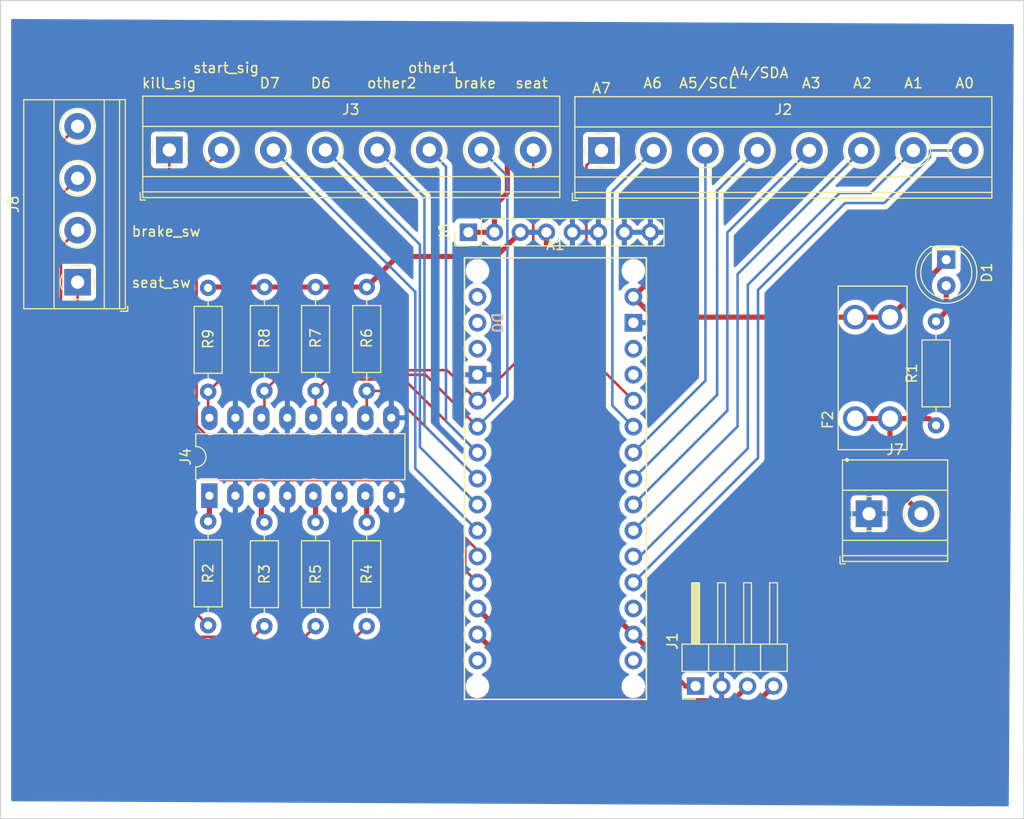
<source format=kicad_pcb>
(kicad_pcb (version 20240108) (generator "pcbnew") (generator_version "8.0")
  (layers (0 "F.Cu" signal) (31 "B.Cu" signal) (34 "B.Paste" user) (35 "F.Paste" user) (36 "B.SilkS" user "B.Silkscreen") (37 "F.SilkS" user "F.Silkscreen") (38 "B.Mask" user) (39 "F.Mask" user) (44 "Edge.Cuts" user))
  (net 0 "")
  (net 1 "Net-(D1-A)")
  (net 2 "/Input_Power/V_in_unreg")
  (net 3 "+3V3")
  (net 4 "GND")
  (net 5 "/Arduino/CAN_RX")
  (net 6 "/Arduino/CAN_TX")
  (net 7 "/Arduino/A7")
  (net 8 "/Arduino/A6")
  (net 9 "/Arduino/A5{slash}SCL")
  (net 10 "/Arduino/A4{slash}SDA")
  (net 11 "/Arduino/A3")
  (net 12 "/Arduino/A2")
  (net 13 "/Arduino/A1")
  (net 14 "/Arduino/A0")
  (net 15 "start_sig")
  (net 16 "kill_sig")
  (net 17 "/Arduino/D7")
  (net 18 "/Arduino/D6")
  (net 19 "brake_signal")
  (net 20 "seat_signal")
  (net 21 "Net-(J4-Pin_1)")
  (net 22 "Net-(J4-Pin_3)")
  (net 23 "Net-(J4-Pin_7)")
  (net 24 "/Safety Circuitry/seat_switch")
  (net 25 "/Safety Circuitry/brake_switch")
  (net 26 "Net-(J4-Pin_5)")
  (net 34 "+5V")
  (net 35 "other_sw2_sig")
  (net 36 "other_sw1_sig")
  (net 37 "/Safety Circuitry/other_sw2")
  (net 38 "/Safety Circuitry/other_sw1")
  (net 39 "VCC")
  (footprint "Resistor_THT:R_Axial_DIN0207_L6.3mm_D2.5mm_P10.16mm_Horizontal" (layer "F.Cu") (at 45.79 53.18 90)
    (property "Reference" "R7" (at 5.16 0 90) (layer "F.SilkS"))
    (property "Value" "10k")
    (pad "1" thru_hole circle (at 0 0 90) (size 1.6 1.6) (drill 0.8) (layers "*.Cu" "*.Mask") (net 36 "other_sw1_sig"))
    (pad "2" thru_hole oval (at 10.16 0 90) (size 1.6 1.6) (drill 0.8) (layers "*.Cu" "*.Mask") (net 3 "+3V3"))
  )
  (footprint "TerminalBlock_Phoenix:TerminalBlock_Phoenix_MKDS-1,5-8-5.08_1x08_P5.08mm_Horizontal" (layer "F.Cu") (at 31.5 29.615)
    (property "Reference" "J3" (at 17.73 -3.95 0) (layer "F.SilkS"))
    (property "Value" "Conn_01x08_Male")
    (pad "1" thru_hole rect (at 0 0) (size 2.6 2.6) (drill 1.3) (layers "*.Cu" "*.Mask") (net 16 "kill_sig"))
    (pad "2" thru_hole circle (at 5.08 0) (size 2.6 2.6) (drill 1.3) (layers "*.Cu" "*.Mask") (net 15 "start_sig"))
    (pad "3" thru_hole circle (at 10.16 0) (size 2.6 2.6) (drill 1.3) (layers "*.Cu" "*.Mask") (net 17 "/Arduino/D7"))
    (pad "4" thru_hole circle (at 15.24 0) (size 2.6 2.6) (drill 1.3) (layers "*.Cu" "*.Mask") (net 18 "/Arduino/D6"))
    (pad "5" thru_hole circle (at 20.32 0) (size 2.6 2.6) (drill 1.3) (layers "*.Cu" "*.Mask") (net 35 "other_sw2_sig"))
    (pad "6" thru_hole circle (at 25.4 0) (size 2.6 2.6) (drill 1.3) (layers "*.Cu" "*.Mask") (net 36 "other_sw1_sig"))
    (pad "7" thru_hole circle (at 30.48 0) (size 2.6 2.6) (drill 1.3) (layers "*.Cu" "*.Mask") (net 19 "brake_signal"))
    (pad "8" thru_hole circle (at 35.56 0) (size 2.6 2.6) (drill 1.3) (layers "*.Cu" "*.Mask") (net 20 "seat_signal"))
  )
  (footprint "Resistor_THT:R_Axial_DIN0207_L6.3mm_D2.5mm_P10.16mm_Horizontal" (layer "F.Cu") (at 45.79 66.02 -90)
    (property "Reference" "R5" (at 5.08 0 90) (layer "F.SilkS"))
    (property "Value" "10k")
    (pad "1" thru_hole circle (at 0 0 270) (size 1.6 1.6) (drill 0.8) (layers "*.Cu" "*.Mask") (net 26 "Net-(J4-Pin_5)"))
    (pad "2" thru_hole oval (at 10.16 0 270) (size 1.6 1.6) (drill 0.8) (layers "*.Cu" "*.Mask") (net 38 "/Safety Circuitry/other_sw1"))
  )
  (footprint "Package_DIP:DIP-16_W7.62mm_LongPads" (layer "F.Cu") (at 35.415 63.425 90)
    (property "Reference" "J4" (at 3.81 -2.33 90) (layer "F.SilkS"))
    (property "Value" "PC847X5J000F")
    (pad "1" thru_hole rect (at 0 0 90) (size 2.4 1.6) (drill 0.8) (layers "*.Cu" "*.Mask") (net 21 "Net-(J4-Pin_1)"))
    (pad "2" thru_hole oval (at 0 2.54 90) (size 2.4 1.6) (drill 0.8) (layers "*.Cu" "*.Mask") (net 4 "GND"))
    (pad "3" thru_hole oval (at 0 5.08 90) (size 2.4 1.6) (drill 0.8) (layers "*.Cu" "*.Mask") (net 22 "Net-(J4-Pin_3)"))
    (pad "4" thru_hole oval (at 0 7.62 90) (size 2.4 1.6) (drill 0.8) (layers "*.Cu" "*.Mask") (net 4 "GND"))
    (pad "5" thru_hole oval (at 0 10.16 90) (size 2.4 1.6) (drill 0.8) (layers "*.Cu" "*.Mask") (net 26 "Net-(J4-Pin_5)"))
    (pad "6" thru_hole oval (at 0 12.7 90) (size 2.4 1.6) (drill 0.8) (layers "*.Cu" "*.Mask") (net 4 "GND"))
    (pad "7" thru_hole oval (at 0 15.24 90) (size 2.4 1.6) (drill 0.8) (layers "*.Cu" "*.Mask") (net 23 "Net-(J4-Pin_7)"))
    (pad "8" thru_hole oval (at 0 17.78 90) (size 2.4 1.6) (drill 0.8) (layers "*.Cu" "*.Mask") (net 4 "GND"))
    (pad "9" thru_hole oval (at 7.62 17.78 90) (size 2.4 1.6) (drill 0.8) (layers "*.Cu" "*.Mask") (net 4 "GND"))
    (pad "10" thru_hole oval (at 7.62 15.24 90) (size 2.4 1.6) (drill 0.8) (layers "*.Cu" "*.Mask") (net 35 "other_sw2_sig"))
    (pad "11" thru_hole oval (at 7.62 12.7 90) (size 2.4 1.6) (drill 0.8) (layers "*.Cu" "*.Mask") (net 4 "GND"))
    (pad "12" thru_hole oval (at 7.62 10.16 90) (size 2.4 1.6) (drill 0.8) (layers "*.Cu" "*.Mask") (net 36 "other_sw1_sig"))
    (pad "13" thru_hole oval (at 7.62 7.62 90) (size 2.4 1.6) (drill 0.8) (layers "*.Cu" "*.Mask") (net 4 "GND"))
    (pad "14" thru_hole oval (at 7.62 5.08 90) (size 2.4 1.6) (drill 0.8) (layers "*.Cu" "*.Mask") (net 19 "brake_signal"))
    (pad "15" thru_hole oval (at 7.62 2.54 90) (size 2.4 1.6) (drill 0.8) (layers "*.Cu" "*.Mask") (net 4 "GND"))
    (pad "16" thru_hole oval (at 7.62 0 90) (size 2.4 1.6) (drill 0.8) (layers "*.Cu" "*.Mask") (net 20 "seat_signal"))
  )
  (footprint "LED_THT:LED_D5.0mm" (layer "F.Cu") (at 107.43 40.345 -90)
    (property "Reference" "D1" (at 1.27 -3.96 90) (layer "F.SilkS"))
    (property "Value" "LED")
    (pad "1" thru_hole rect (at 0 0 270) (size 1.8 1.8) (drill 0.9) (layers "*.Cu" "*.Mask") (net 39 "VCC"))
    (pad "2" thru_hole circle (at 2.54 0 270) (size 1.8 1.8) (drill 0.9) (layers "*.Cu" "*.Mask") (net 1 "Net-(D1-A)"))
  )
  (footprint "arduino:Arduino_Nano_ESP32_Socket" (layer "F.Cu") (at 69.23 83.343)
    (property "Reference" "A1" (at 0 -44.45 0) (layer "F.SilkS"))
    (property "Value" "Arduino_Nano_ESP32_Socket")
    (fp_text user "D0" (at -5.715 -36.83 -90) (layer "B.SilkS") (effects (justify mirror)))
    (fp_text user "D0" (at -5.715 -36.83 -90) (layer "F.SilkS"))
    (pad "" np_thru_hole circle (at -7.62 -41.91) (size 1.8 1.8) (drill 1.8) (layers "F&B.Cu" "*.Mask"))
    (pad "" np_thru_hole circle (at -7.62 -1.27) (size 1.8 1.8) (drill 1.8) (layers "F&B.Cu" "*.Mask"))
    (pad "" np_thru_hole circle (at 7.62 -41.91) (size 1.8 1.8) (drill 1.8) (layers "F&B.Cu" "*.Mask"))
    (pad "" np_thru_hole circle (at 7.62 -1.27) (size 1.8 1.8) (drill 1.8) (layers "F&B.Cu" "*.Mask"))
    (pad "3V3" thru_hole circle (at 7.62 -6.35) (size 1.7272 1.7272) (drill 1.016) (layers "*.Cu" "*.Mask") (net 3 "+3V3"))
    (pad "5V" thru_hole circle (at 7.62 -31.75) (size 1.7272 1.7272) (drill 1.016) (layers "*.Cu" "*.Mask") (net 34 "+5V"))
    (pad "A0" thru_hole circle (at 7.62 -11.43) (size 1.7272 1.7272) (drill 1.016) (layers "*.Cu" "*.Mask") (net 14 "/Arduino/A0"))
    (pad "A1" thru_hole circle (at 7.62 -13.97) (size 1.7272 1.7272) (drill 1.016) (layers "*.Cu" "*.Mask") (net 13 "/Arduino/A1"))
    (pad "A2" thru_hole circle (at 7.62 -16.51) (size 1.7272 1.7272) (drill 1.016) (layers "*.Cu" "*.Mask") (net 12 "/Arduino/A2"))
    (pad "A3" thru_hole circle (at 7.62 -19.05) (size 1.7272 1.7272) (drill 1.016) (layers "*.Cu" "*.Mask") (net 11 "/Arduino/A3"))
    (pad "A4" thru_hole circle (at 7.62 -21.59) (size 1.7272 1.7272) (drill 1.016) (layers "*.Cu" "*.Mask") (net 10 "/Arduino/A4{slash}SDA"))
    (pad "A5" thru_hole circle (at 7.62 -24.13) (size 1.7272 1.7272) (drill 1.016) (layers "*.Cu" "*.Mask") (net 9 "/Arduino/A5{slash}SCL"))
    (pad "A6" thru_hole circle (at 7.62 -26.67) (size 1.7272 1.7272) (drill 1.016) (layers "*.Cu" "*.Mask") (net 8 "/Arduino/A6"))
    (pad "A7" thru_hole circle (at 7.62 -29.21) (size 1.7272 1.7272) (drill 1.016) (layers "*.Cu" "*.Mask") (net 7 "/Arduino/A7"))
    (pad "B0" thru_hole circle (at 7.62 -8.89) (size 1.7272 1.7272) (drill 1.016) (layers "*.Cu" "*.Mask"))
    (pad "B1" thru_hole circle (at 7.62 -34.29) (size 1.7272 1.7272) (drill 1.016) (layers "*.Cu" "*.Mask"))
    (pad "D0" thru_hole circle (at -7.62 -36.83) (size 1.7272 1.7272) (drill 1.016) (layers "*.Cu" "*.Mask"))
    (pad "D1" thru_hole circle (at -7.62 -39.37) (size 1.7272 1.7272) (drill 1.016) (layers "*.Cu" "*.Mask"))
    (pad "D2" thru_hole circle (at -7.62 -29.21) (size 1.7272 1.7272) (drill 1.016) (layers "*.Cu" "*.Mask") (net 20 "seat_signal"))
    (pad "D3" thru_hole circle (at -7.62 -26.67) (size 1.7272 1.7272) (drill 1.016) (layers "*.Cu" "*.Mask") (net 19 "brake_signal"))
    (pad "D4" thru_hole circle (at -7.62 -24.13) (size 1.7272 1.7272) (drill 1.016) (layers "*.Cu" "*.Mask") (net 36 "other_sw1_sig"))
    (pad "D5" thru_hole circle (at -7.62 -21.59) (size 1.7272 1.7272) (drill 1.016) (layers "*.Cu" "*.Mask") (net 35 "other_sw2_sig"))
    (pad "D6" thru_hole circle (at -7.62 -19.05) (size 1.7272 1.7272) (drill 1.016) (layers "*.Cu" "*.Mask") (net 18 "/Arduino/D6"))
    (pad "D7" thru_hole circle (at -7.62 -16.51) (size 1.7272 1.7272) (drill 1.016) (layers "*.Cu" "*.Mask") (net 17 "/Arduino/D7"))
    (pad "D8" thru_hole circle (at -7.62 -13.97) (size 1.7272 1.7272) (drill 1.016) (layers "*.Cu" "*.Mask") (net 15 "start_sig"))
    (pad "D9" thru_hole circle (at -7.62 -11.43) (size 1.7272 1.7272) (drill 1.016) (layers "*.Cu" "*.Mask") (net 16 "kill_sig"))
    (pad "D10" thru_hole circle (at -7.62 -8.89) (size 1.7272 1.7272) (drill 1.016) (layers "*.Cu" "*.Mask") (net 5 "/Arduino/CAN_RX"))
    (pad "D11" thru_hole circle (at -7.62 -6.35) (size 1.7272 1.7272) (drill 1.016) (layers "*.Cu" "*.Mask") (net 6 "/Arduino/CAN_TX"))
    (pad "D12" thru_hole circle (at -7.62 -3.81) (size 1.7272 1.7272) (drill 1.016) (layers "*.Cu" "*.Mask"))
    (pad "D13" thru_hole circle (at 7.62 -3.81) (size 1.7272 1.7272) (drill 1.016) (layers "*.Cu" "*.Mask"))
    (pad "GND1" thru_hole rect (at -7.62 -31.75) (size 1.7272 1.7272) (drill 1.016) (layers "*.Cu" "*.Mask") (net 4 "GND"))
    (pad "GND2" thru_hole rect (at 7.62 -36.83) (size 1.7272 1.7272) (drill 1.016) (layers "*.Cu" "*.Mask") (net 4 "GND"))
    (pad "RST" thru_hole circle (at -7.62 -34.29) (size 1.7272 1.7272) (drill 1.016) (layers "*.Cu" "*.Mask"))
    (pad "VIN" thru_hole circle (at 7.62 -39.37) (size 1.7272 1.7272) (drill 1.016) (layers "*.Cu" "*.Mask") (net 39 "VCC"))
  )
  (footprint "Connector_PinHeader_2.54mm:PinHeader_1x08_P2.54mm_Vertical" (layer "F.Cu") (at 60.73 37.665 90)
    (property "Reference" "J6" (at 0 -2.33 90) (layer "F.SilkS"))
    (property "Value" "Conn_01x08_Pin")
    (pad "1" thru_hole rect (at 0 0 90) (size 1.7 1.7) (drill 1) (layers "*.Cu" "*.Mask") (net 39 "VCC"))
    (pad "2" thru_hole oval (at 0 2.54 90) (size 1.7 1.7) (drill 1) (layers "*.Cu" "*.Mask") (net 39 "VCC"))
    (pad "3" thru_hole oval (at 0 5.08 90) (size 1.7 1.7) (drill 1) (layers "*.Cu" "*.Mask") (net 3 "+3V3"))
    (pad "4" thru_hole oval (at 0 7.62 90) (size 1.7 1.7) (drill 1) (layers "*.Cu" "*.Mask") (net 3 "+3V3"))
    (pad "5" thru_hole oval (at 0 10.16 90) (size 1.7 1.7) (drill 1) (layers "*.Cu" "*.Mask") (net 4 "GND"))
    (pad "6" thru_hole oval (at 0 12.7 90) (size 1.7 1.7) (drill 1) (layers "*.Cu" "*.Mask") (net 4 "GND"))
    (pad "7" thru_hole oval (at 0 15.24 90) (size 1.7 1.7) (drill 1) (layers "*.Cu" "*.Mask") (net 4 "GND"))
    (pad "8" thru_hole oval (at 0 17.78 90) (size 1.7 1.7) (drill 1) (layers "*.Cu" "*.Mask") (net 4 "GND"))
  )
  (footprint "fuse:FUSE_3568" (layer "F.Cu") (at 100.23 50.925 90)
    (property "Reference" "F2" (at -5.075 -4.385 90) (layer "F.SilkS"))
    (property "Value" "3568")
    (pad "1" thru_hole circle (at -4.96 -1.7 90) (size 2.4 2.4) (drill 1.6) (layers "*.Cu" "*.Mask") (net 2 "/Input_Power/V_in_unreg"))
    (pad "2" thru_hole circle (at 4.96 -1.7 90) (size 2.4 2.4) (drill 1.6) (layers "*.Cu" "*.Mask") (net 39 "VCC"))
    (pad "3" thru_hole circle (at -4.96 1.7 90) (size 2.4 2.4) (drill 1.6) (layers "*.Cu" "*.Mask") (net 2 "/Input_Power/V_in_unreg"))
    (pad "4" thru_hole circle (at 4.96 1.7 90) (size 2.4 2.4) (drill 1.6) (layers "*.Cu" "*.Mask") (net 39 "VCC"))
  )
  (footprint "TerminalBlock_Phoenix:TerminalBlock_Phoenix_MKDS-1,5-2-5.08_1x02_P5.08mm_Horizontal" (layer "F.Cu") (at 99.885 65.19)
    (property "Reference" "J7" (at 2.54 -6.26 0) (layer "F.SilkS"))
    (property "Value" "Conn_01x02_Pin")
    (pad "1" thru_hole rect (at 0 0) (size 2.6 2.6) (drill 1.3) (layers "*.Cu" "*.Mask") (net 4 "GND"))
    (pad "2" thru_hole circle (at 5.08 0) (size 2.6 2.6) (drill 1.3) (layers "*.Cu" "*.Mask") (net 2 "/Input_Power/V_in_unreg"))
  )
  (footprint "TerminalBlock_Phoenix:TerminalBlock_Phoenix_MKDS-1,5-8-5.08_1x08_P5.08mm_Horizontal" (layer "F.Cu") (at 73.73 29.665)
    (property "Reference" "J2" (at 17.78 -4 0) (layer "F.SilkS"))
    (property "Value" "Conn_01x08_Male")
    (pad "1" thru_hole rect (at 0 0) (size 2.6 2.6) (drill 1.3) (layers "*.Cu" "*.Mask") (net 7 "/Arduino/A7"))
    (pad "2" thru_hole circle (at 5.08 0) (size 2.6 2.6) (drill 1.3) (layers "*.Cu" "*.Mask") (net 8 "/Arduino/A6"))
    (pad "3" thru_hole circle (at 10.16 0) (size 2.6 2.6) (drill 1.3) (layers "*.Cu" "*.Mask") (net 9 "/Arduino/A5{slash}SCL"))
    (pad "4" thru_hole circle (at 15.24 0) (size 2.6 2.6) (drill 1.3) (layers "*.Cu" "*.Mask") (net 10 "/Arduino/A4{slash}SDA"))
    (pad "5" thru_hole circle (at 20.32 0) (size 2.6 2.6) (drill 1.3) (layers "*.Cu" "*.Mask") (net 11 "/Arduino/A3"))
    (pad "6" thru_hole circle (at 25.4 0) (size 2.6 2.6) (drill 1.3) (layers "*.Cu" "*.Mask") (net 12 "/Arduino/A2"))
    (pad "7" thru_hole circle (at 30.48 0) (size 2.6 2.6) (drill 1.3) (layers "*.Cu" "*.Mask") (net 13 "/Arduino/A1"))
    (pad "8" thru_hole circle (at 35.56 0) (size 2.6 2.6) (drill 1.3) (layers "*.Cu" "*.Mask") (net 14 "/Arduino/A0"))
  )
  (footprint "Resistor_THT:R_Axial_DIN0207_L6.3mm_D2.5mm_P10.16mm_Horizontal" (layer "F.Cu") (at 40.79 66.02 -90)
    (property "Reference" "R3" (at 5.08 0 90) (layer "F.SilkS"))
    (property "Value" "10k")
    (pad "1" thru_hole circle (at 0 0 270) (size 1.6 1.6) (drill 0.8) (layers "*.Cu" "*.Mask") (net 22 "Net-(J4-Pin_3)"))
    (pad "2" thru_hole oval (at 10.16 0 270) (size 1.6 1.6) (drill 0.8) (layers "*.Cu" "*.Mask") (net 25 "/Safety Circuitry/brake_switch"))
  )
  (footprint "Resistor_THT:R_Axial_DIN0207_L6.3mm_D2.5mm_P10.16mm_Horizontal" (layer "F.Cu") (at 35.29 53.26 90)
    (property "Reference" "R9" (at 5.16 0 90) (layer "F.SilkS"))
    (property "Value" "10k")
    (pad "1" thru_hole circle (at 0 0 90) (size 1.6 1.6) (drill 0.8) (layers "*.Cu" "*.Mask") (net 20 "seat_signal"))
    (pad "2" thru_hole oval (at 10.16 0 90) (size 1.6 1.6) (drill 0.8) (layers "*.Cu" "*.Mask") (net 3 "+3V3"))
  )
  (footprint "Connector_PinHeader_2.54mm:PinHeader_1x04_P2.54mm_Horizontal" (layer "F.Cu") (at 82.93 82.04 90)
    (property "Reference" "J1" (at 4.385 -2.27 90) (layer "F.SilkS"))
    (property "Value" "Conn_01x04_Pin")
    (pad "1" thru_hole rect (at 0 0 90) (size 1.7 1.7) (drill 1) (layers "*.Cu" "*.Mask") (net 3 "+3V3"))
    (pad "2" thru_hole oval (at 0 2.54 90) (size 1.7 1.7) (drill 1) (layers "*.Cu" "*.Mask") (net 4 "GND"))
    (pad "3" thru_hole oval (at 0 5.08 90) (size 1.7 1.7) (drill 1) (layers "*.Cu" "*.Mask") (net 5 "/Arduino/CAN_RX"))
    (pad "4" thru_hole oval (at 0 7.62 90) (size 1.7 1.7) (drill 1) (layers "*.Cu" "*.Mask") (net 6 "/Arduino/CAN_TX"))
  )
  (footprint "TerminalBlock_Phoenix:TerminalBlock_Phoenix_MKDS-1,5-4-5.08_1x04_P5.08mm_Horizontal" (layer "F.Cu") (at 22.535 42.545 90)
    (property "Reference" "J8" (at 7.62 -6.26 90) (layer "F.SilkS"))
    (property "Value" "Conn_01x04_Male")
    (pad "1" thru_hole rect (at 0 0 90) (size 2.6 2.6) (drill 1.3) (layers "*.Cu" "*.Mask") (net 24 "/Safety Circuitry/seat_switch"))
    (pad "2" thru_hole circle (at 5.08 0 90) (size 2.6 2.6) (drill 1.3) (layers "*.Cu" "*.Mask") (net 25 "/Safety Circuitry/brake_switch"))
    (pad "3" thru_hole circle (at 10.16 0 90) (size 2.6 2.6) (drill 1.3) (layers "*.Cu" "*.Mask") (net 38 "/Safety Circuitry/other_sw1"))
    (pad "4" thru_hole circle (at 15.24 0 90) (size 2.6 2.6) (drill 1.3) (layers "*.Cu" "*.Mask") (net 37 "/Safety Circuitry/other_sw2"))
  )
  (footprint "Resistor_THT:R_Axial_DIN0207_L6.3mm_D2.5mm_P10.16mm_Horizontal" (layer "F.Cu") (at 40.79 53.18 90)
    (property "Reference" "R8" (at 5.16 0 90) (layer "F.SilkS"))
    (property "Value" "10k")
    (pad "1" thru_hole circle (at 0 0 90) (size 1.6 1.6) (drill 0.8) (layers "*.Cu" "*.Mask") (net 19 "brake_signal"))
    (pad "2" thru_hole oval (at 10.16 0 90) (size 1.6 1.6) (drill 0.8) (layers "*.Cu" "*.Mask") (net 3 "+3V3"))
  )
  (footprint "Resistor_THT:R_Axial_DIN0207_L6.3mm_D2.5mm_P10.16mm_Horizontal" (layer "F.Cu") (at 106.43 56.545 90)
    (property "Reference" "R1" (at 5.08 -2.37 90) (layer "F.SilkS"))
    (property "Value" "1k")
    (pad "1" thru_hole circle (at 0 0 90) (size 1.6 1.6) (drill 0.8) (layers "*.Cu" "*.Mask") (net 2 "/Input_Power/V_in_unreg"))
    (pad "2" thru_hole oval (at 10.16 0 90) (size 1.6 1.6) (drill 0.8) (layers "*.Cu" "*.Mask") (net 1 "Net-(D1-A)"))
  )
  (footprint "Resistor_THT:R_Axial_DIN0207_L6.3mm_D2.5mm_P10.16mm_Horizontal" (layer "F.Cu") (at 35.29 65.94 -90)
    (property "Reference" "R2" (at 5.08 0 90) (layer "F.SilkS"))
    (property "Value" "10k")
    (pad "1" thru_hole circle (at 0 0 270) (size 1.6 1.6) (drill 0.8) (layers "*.Cu" "*.Mask") (net 21 "Net-(J4-Pin_1)"))
    (pad "2" thru_hole oval (at 10.16 0 270) (size 1.6 1.6) (drill 0.8) (layers "*.Cu" "*.Mask") (net 24 "/Safety Circuitry/seat_switch"))
  )
  (footprint "Resistor_THT:R_Axial_DIN0207_L6.3mm_D2.5mm_P10.16mm_Horizontal" (layer "F.Cu") (at 50.79 53.18 90)
    (property "Reference" "R6" (at 5.16 0 90) (layer "F.SilkS"))
    (property "Value" "10k")
    (pad "1" thru_hole circle (at 0 0 90) (size 1.6 1.6) (drill 0.8) (layers "*.Cu" "*.Mask") (net 35 "other_sw2_sig"))
    (pad "2" thru_hole oval (at 10.16 0 90) (size 1.6 1.6) (drill 0.8) (layers "*.Cu" "*.Mask") (net 3 "+3V3"))
  )
  (footprint "Resistor_THT:R_Axial_DIN0207_L6.3mm_D2.5mm_P10.16mm_Horizontal" (layer "F.Cu") (at 50.79 66.02 -90)
    (property "Reference" "R4" (at 5.08 0 90) (layer "F.SilkS"))
    (property "Value" "10k")
    (pad "1" thru_hole circle (at 0 0 270) (size 1.6 1.6) (drill 0.8) (layers "*.Cu" "*.Mask") (net 23 "Net-(J4-Pin_7)"))
    (pad "2" thru_hole oval (at 10.16 0 270) (size 1.6 1.6) (drill 0.8) (layers "*.Cu" "*.Mask") (net 37 "/Safety Circuitry/other_sw2"))
  )
  (gr_rect (start 15 15) (end 115 95) (stroke (width 0.1)) (fill none) (layer "Edge.Cuts"))
  (gr_text "A6" (at 77.73 23.665 0) (layer "F.SilkS") (effects (font (size 1 1)) (justify left bottom)))
  (gr_text "seat" (at 65.23 23.665 0) (layer "F.SilkS") (effects (font (size 1 1)) (justify left bottom)))
  (gr_text "kill_sig" (at 28.73 23.665 0) (layer "F.SilkS") (effects (font (size 1 1)) (justify left bottom)))
  (gr_text "brake" (at 59.23 23.665 0) (layer "F.SilkS") (effects (font (size 1 1)) (justify left bottom)))
  (gr_text "A1\n" (at 103.23 23.665 0) (layer "F.SilkS") (effects (font (size 1 1)) (justify left bottom)))
  (gr_text "A5/SCL\n" (at 81.23 23.665 0) (layer "F.SilkS") (effects (font (size 1 1)) (justify left bottom)))
  (gr_text "D7" (at 40.23 23.665 0) (layer "F.SilkS") (effects (font (size 1 1)) (justify left bottom)))
  (gr_text "seat_sw\n" (at 27.73 43.165 0) (layer "F.SilkS") (effects (font (size 1 1)) (justify left bottom)))
  (gr_text "A0\n" (at 108.23 23.665 0) (layer "F.SilkS") (effects (font (size 1 1)) (justify left bottom)))
  (gr_text "A3" (at 93.23 23.665 0) (layer "F.SilkS") (effects (font (size 1 1)) (justify left bottom)))
  (gr_text "A2\n" (at 98.23 23.665 0) (layer "F.SilkS") (effects (font (size 1 1)) (justify left bottom)))
  (gr_text "brake_sw\n" (at 27.73 38.165 0) (layer "F.SilkS") (effects (font (size 1 1)) (justify left bottom)))
  (gr_text "other2" (at 50.73 23.665 0) (layer "F.SilkS") (effects (font (size 1 1)) (justify left bottom)))
  (gr_text "D6" (at 45.23 23.665 0) (layer "F.SilkS") (effects (font (size 1 1)) (justify left bottom)))
  (gr_text "other1" (at 54.73 22.165 0) (layer "F.SilkS") (effects (font (size 1 1)) (justify left bottom)))
  (gr_text "A7" (at 72.73 24.165 0) (layer "F.SilkS") (effects (font (size 1 1)) (justify left bottom)))
  (gr_text "A4/SDA\n" (at 86.23 22.665 0) (layer "F.SilkS") (effects (font (size 1 1)) (justify left bottom)))
  (gr_text "start_sig" (at 33.73 22.165 0) (layer "F.SilkS") (effects (font (size 1 1)) (justify left bottom)))
  (segment (start 107.43 42.885) (end 107.43 45.385) (width 0.5) (layer "F.Cu") (net 1))
  (segment (start 107.43 45.385) (end 106.43 46.385) (width 0.5) (layer "F.Cu") (net 1))
  (segment (start 104.965 65.19) (end 101.93 62.155) (width 0.5) (layer "F.Cu") (net 2))
  (segment (start 105.77 55.885) (end 106.43 56.545) (width 0.5) (layer "F.Cu") (net 2))
  (segment (start 101.93 55.885) (end 105.77 55.885) (width 0.5) (layer "F.Cu") (net 2))
  (segment (start 101.93 62.155) (end 101.93 55.885) (width 0.5) (layer "F.Cu") (net 2))
  (segment (start 101.93 55.885) (end 98.53 55.885) (width 0.5) (layer "F.Cu") (net 2))
  (segment (start 65.81 37.665) (end 63.442 40.033) (width 0.5) (layer "F.Cu") (net 3))
  (segment (start 50.79 43.02) (end 45.79 43.02) (width 0.5) (layer "F.Cu") (net 3))
  (segment (start 76.85 76.993) (end 68.35 68.493) (width 0.5) (layer "F.Cu") (net 3))
  (segment (start 82.93 82.04) (end 81.897 82.04) (width 0.5) (layer "F.Cu") (net 3))
  (segment (start 45.79 43.02) (end 40.79 43.02) (width 0.5) (layer "F.Cu") (net 3))
  (segment (start 68.35 68.493) (end 68.35 37.665) (width 0.5) (layer "F.Cu") (net 3))
  (segment (start 81.897 82.04) (end 76.85 76.993) (width 0.5) (layer "F.Cu") (net 3))
  (segment (start 35.37 43.02) (end 35.29 43.1) (width 0.5) (layer "F.Cu") (net 3))
  (segment (start 53.777 40.033) (end 50.79 43.02) (width 0.5) (layer "F.Cu") (net 3))
  (segment (start 40.79 43.02) (end 35.37 43.02) (width 0.5) (layer "F.Cu") (net 3))
  (segment (start 63.442 40.033) (end 53.777 40.033) (width 0.5) (layer "F.Cu") (net 3))
  (segment (start 68.35 37.665) (end 65.81 37.665) (width 0.5) (layer "B.Cu") (net 3))
  (segment (start 70.63 83.473) (end 61.61 74.453) (width 0.5) (layer "F.Cu") (net 5))
  (segment (start 88.01 82.04) (end 86.577 83.473) (width 0.5) (layer "F.Cu") (net 5))
  (segment (start 86.577 83.473) (end 70.63 83.473) (width 0.5) (layer "F.Cu") (net 5))
  (segment (start 88.417 84.173) (end 68.79 84.173) (width 0.5) (layer "F.Cu") (net 6))
  (segment (start 68.79 84.173) (end 61.61 76.993) (width 0.5) (layer "F.Cu") (net 6))
  (segment (start 90.55 82.04) (end 88.417 84.173) (width 0.5) (layer "F.Cu") (net 6))
  (segment (start 73.73 29.665) (end 72.255 31.14) (width 0.25) (layer "F.Cu") (net 7))
  (segment (start 72.255 31.14) (end 72.255 49.538) (width 0.25) (layer "F.Cu") (net 7))
  (segment (start 72.255 49.538) (end 76.85 54.133) (width 0.25) (layer "F.Cu") (net 7))
  (segment (start 78.81 29.665) (end 74.795 33.68) (width 0.25) (layer "B.Cu") (net 8))
  (segment (start 74.795 54.618) (end 76.85 56.673) (width 0.25) (layer "B.Cu") (net 8))
  (segment (start 74.795 33.68) (end 74.795 54.618) (width 0.25) (layer "B.Cu") (net 8))
  (segment (start 83.89 29.665) (end 83.89 52.173) (width 0.25) (layer "B.Cu") (net 9))
  (segment (start 83.89 52.173) (end 76.85 59.213) (width 0.25) (layer "B.Cu") (net 9))
  (segment (start 85.035 33.6) (end 85.035 53.568) (width 0.25) (layer "B.Cu") (net 10))
  (segment (start 88.97 29.665) (end 85.035 33.6) (width 0.25) (layer "B.Cu") (net 10))
  (segment (start 85.035 53.568) (end 76.85 61.753) (width 0.25) (layer "B.Cu") (net 10))
  (segment (start 94.05 29.665) (end 86.035 37.68) (width 0.25) (layer "B.Cu") (net 11))
  (segment (start 86.035 55.108) (end 76.85 64.293) (width 0.25) (layer "B.Cu") (net 11))
  (segment (start 86.035 37.68) (end 86.035 55.108) (width 0.25) (layer "B.Cu") (net 11))
  (segment (start 99.13 29.665) (end 87.035 41.76) (width 0.25) (layer "B.Cu") (net 12))
  (segment (start 87.035 56.648) (end 76.85 66.833) (width 0.25) (layer "B.Cu") (net 12))
  (segment (start 87.035 41.76) (end 87.035 56.648) (width 0.25) (layer "B.Cu") (net 12))
  (segment (start 77.467 69.373) (end 76.85 69.373) (width 0.25) (layer "B.Cu") (net 13))
  (segment (start 88.035 58.805) (end 77.467 69.373) (width 0.25) (layer "B.Cu") (net 13))
  (segment (start 104.21 29.665) (end 100.055 33.82) (width 0.25) (layer "B.Cu") (net 13))
  (segment (start 88.035 42.805) (end 88.035 58.805) (width 0.25) (layer "B.Cu") (net 13))
  (segment (start 97.02 33.82) (end 88.035 42.805) (width 0.25) (layer "B.Cu") (net 13))
  (segment (start 100.055 33.82) (end 97.02 33.82) (width 0.25) (layer "B.Cu") (net 13))
  (segment (start 101.368098 34.805) (end 97.535 34.805) (width 0.25) (layer "B.Cu") (net 14))
  (segment (start 97.535 34.805) (end 89.035 43.305) (width 0.25) (layer "B.Cu") (net 14))
  (segment (start 89.035 43.305) (end 89.035 59.728) (width 0.25) (layer "B.Cu") (net 14))
  (segment (start 109.29 29.665) (end 105.835 29.665) (width 0.25) (layer "B.Cu") (net 14))
  (segment (start 105.835 29.665) (end 105.835 30.338098) (width 0.25) (layer "B.Cu") (net 14))
  (segment (start 105.835 30.338098) (end 101.368098 34.805) (width 0.25) (layer "B.Cu") (net 14))
  (segment (start 89.035 59.728) (end 76.85 71.913) (width 0.25) (layer "B.Cu") (net 14))
  (segment (start 34.165 32.03) (end 34.165 56.54599) (width 0.25) (layer "F.Cu") (net 15))
  (segment (start 61.61 68.743604) (end 61.61 69.373) (width 0.25) (layer "F.Cu") (net 15))
  (segment (start 54.316396 61.45) (end 61.61 68.743604) (width 0.25) (layer "F.Cu") (net 15))
  (segment (start 36.58 29.615) (end 34.165 32.03) (width 0.25) (layer "F.Cu") (net 15))
  (segment (start 39.06901 61.45) (end 54.316396 61.45) (width 0.25) (layer "F.Cu") (net 15))
  (segment (start 34.165 56.54599) (end 39.06901 61.45) (width 0.25) (layer "F.Cu") (net 15))
  (segment (start 31.5 29.615) (end 31.5 56.86) (width 0.25) (layer "F.Cu") (net 16))
  (segment (start 54.13 61.9) (end 60.4214 68.1914) (width 0.25) (layer "F.Cu") (net 16))
  (segment (start 36.54 61.9) (end 54.13 61.9) (width 0.25) (layer "F.Cu") (net 16))
  (segment (start 31.5 56.86) (end 36.54 61.9) (width 0.25) (layer "F.Cu") (net 16))
  (segment (start 60.4214 68.1914) (end 60.4214 70.7244) (width 0.25) (layer "F.Cu") (net 16))
  (segment (start 60.4214 70.7244) (end 61.61 71.913) (width 0.25) (layer "F.Cu") (net 16))
  (segment (start 55.535 43.49) (end 55.535 60.758) (width 0.25) (layer "B.Cu") (net 17))
  (segment (start 41.66 29.615) (end 55.535 43.49) (width 0.25) (layer "B.Cu") (net 17))
  (segment (start 55.535 60.758) (end 61.61 66.833) (width 0.25) (layer "B.Cu") (net 17))
  (segment (start 55.985 58.668) (end 61.61 64.293) (width 0.25) (layer "B.Cu") (net 18))
  (segment (start 46.74 29.615) (end 55.985 38.86) (width 0.25) (layer "B.Cu") (net 18))
  (segment (start 55.985 38.86) (end 55.985 58.668) (width 0.25) (layer "B.Cu") (net 18))
  (segment (start 42.365 51.605) (end 56.542 51.605) (width 0.25) (layer "F.Cu") (net 19))
  (segment (start 40.79 55.51) (end 40.495 55.805) (width 0.25) (layer "F.Cu") (net 19))
  (segment (start 40.79 53.18) (end 40.79 55.51) (width 0.25) (layer "F.Cu") (net 19))
  (segment (start 40.79 53.18) (end 42.365 51.605) (width 0.25) (layer "F.Cu") (net 19))
  (segment (start 56.542 51.605) (end 61.61 56.673) (width 0.25) (layer "F.Cu") (net 19))
  (segment (start 64.535 32.17) (end 64.535 53.748) (width 0.25) (layer "B.Cu") (net 19))
  (segment (start 61.98 29.615) (end 64.535 32.17) (width 0.25) (layer "B.Cu") (net 19))
  (segment (start 64.535 53.748) (end 61.61 56.673) (width 0.25) (layer "B.Cu") (net 19))
  (segment (start 58.632 51.155) (end 61.61 54.133) (width 0.25) (layer "F.Cu") (net 20))
  (segment (start 67.06 29.615) (end 67.06 48.683) (width 0.25) (layer "F.Cu") (net 20))
  (segment (start 67.06 48.683) (end 61.61 54.133) (width 0.25) (layer "F.Cu") (net 20))
  (segment (start 37.395 51.155) (end 58.632 51.155) (width 0.25) (layer "F.Cu") (net 20))
  (segment (start 35.29 55.68) (end 35.415 55.805) (width 0.25) (layer "F.Cu") (net 20))
  (segment (start 35.29 53.26) (end 37.395 51.155) (width 0.25) (layer "F.Cu") (net 20))
  (segment (start 35.29 53.26) (end 35.29 55.68) (width 0.25) (layer "F.Cu") (net 20))
  (segment (start 35.415 63.425) (end 35.415 65.815) (width 0.5) (layer "F.Cu") (net 21))
  (segment (start 35.415 65.815) (end 35.29 65.94) (width 0.5) (layer "F.Cu") (net 21))
  (segment (start 40.495 65.725) (end 40.79 66.02) (width 0.5) (layer "F.Cu") (net 22))
  (segment (start 40.495 63.425) (end 40.495 65.725) (width 0.5) (layer "F.Cu") (net 22))
  (segment (start 50.79 63.56) (end 50.655 63.425) (width 0.5) (layer "F.Cu") (net 23))
  (segment (start 50.79 66.02) (end 50.79 63.56) (width 0.5) (layer "F.Cu") (net 23))
  (segment (start 35.29 76.1) (end 22.535 63.345) (width 0.25) (layer "F.Cu") (net 24))
  (segment (start 22.535 63.345) (end 22.535 42.545) (width 0.25) (layer "F.Cu") (net 24))
  (segment (start 20.91 39.09) (end 22.535 37.465) (width 0.25) (layer "F.Cu") (net 25))
  (segment (start 39.745 77.225) (end 34.455 77.225) (width 0.25) (layer "F.Cu") (net 25))
  (segment (start 34.455 77.225) (end 20.91 63.68) (width 0.25) (layer "F.Cu") (net 25))
  (segment (start 20.91 63.68) (end 20.91 39.09) (width 0.25) (layer "F.Cu") (net 25))
  (segment (start 40.79 76.18) (end 39.745 77.225) (width 0.25) (layer "F.Cu") (net 25))
  (segment (start 45.79 66.02) (end 45.79 63.64) (width 0.5) (layer "F.Cu") (net 26))
  (segment (start 45.79 63.64) (end 45.575 63.425) (width 0.5) (layer "F.Cu") (net 26))
  (segment (start 50.655 55.52599) (end 50.655 55.805) (width 0.25) (layer "F.Cu") (net 35))
  (segment (start 53.037 53.18) (end 61.61 61.753) (width 0.25) (layer "F.Cu") (net 35))
  (segment (start 50.79 55.39099) (end 50.655 55.52599) (width 0.25) (layer "F.Cu") (net 35))
  (segment (start 50.79 53.18) (end 50.79 55.39099) (width 0.25) (layer "F.Cu") (net 35))
  (segment (start 50.79 53.18) (end 53.037 53.18) (width 0.25) (layer "F.Cu") (net 35))
  (segment (start 56.435 56.578) (end 61.61 61.753) (width 0.25) (layer "B.Cu") (net 35))
  (segment (start 56.435 34.23) (end 56.435 56.578) (width 0.25) (layer "B.Cu") (net 35))
  (segment (start 51.82 29.615) (end 56.435 34.23) (width 0.25) (layer "B.Cu") (net 35))
  (segment (start 45.79 53.18) (end 45.79 55.59) (width 0.25) (layer "F.Cu") (net 36))
  (segment (start 45.79 53.18) (end 46.915 52.055) (width 0.25) (layer "F.Cu") (net 36))
  (segment (start 45.79 55.59) (end 45.575 55.805) (width 0.25) (layer "F.Cu") (net 36))
  (segment (start 54.452 52.055) (end 61.61 59.213) (width 0.25) (layer "F.Cu") (net 36))
  (segment (start 46.915 52.055) (end 54.452 52.055) (width 0.25) (layer "F.Cu") (net 36))
  (segment (start 58.535 56.138) (end 61.61 59.213) (width 0.25) (layer "B.Cu") (net 36))
  (segment (start 56.9 29.615) (end 58.535 31.25) (width 0.25) (layer "B.Cu") (net 36))
  (segment (start 58.535 31.25) (end 58.535 56.138) (width 0.25) (layer "B.Cu") (net 36))
  (segment (start 19.585 65.355) (end 19.585 30.255) (width 0.25) (layer "F.Cu") (net 37))
  (segment (start 50.79 76.18) (end 48.845 78.125) (width 0.25) (layer "F.Cu") (net 37))
  (segment (start 32.355 78.125) (end 19.585 65.355) (width 0.25) (layer "F.Cu") (net 37))
  (segment (start 48.845 78.125) (end 32.355 78.125) (width 0.25) (layer "F.Cu") (net 37))
  (segment (start 19.585 30.255) (end 22.535 27.305) (width 0.25) (layer "F.Cu") (net 37))
  (segment (start 44.295 77.675) (end 34.268604 77.675) (width 0.25) (layer "F.Cu") (net 38))
  (segment (start 45.79 76.18) (end 44.295 77.675) (width 0.25) (layer "F.Cu") (net 38))
  (segment (start 20.035 63.441396) (end 20.035 34.885) (width 0.25) (layer "F.Cu") (net 38))
  (segment (start 34.268604 77.675) (end 20.035 63.441396) (width 0.25) (layer "F.Cu") (net 38))
  (segment (start 20.035 34.885) (end 22.535 32.385) (width 0.25) (layer "F.Cu") (net 38))
  (segment (start 63.27 35.07) (end 64.535 33.805) (width 0.5) (layer "F.Cu") (net 39))
  (segment (start 101.93 45.965) (end 107.43 40.465) (width 0.5) (layer "F.Cu") (net 39))
  (segment (start 80.035 24.805) (end 81.535 26.305) (width 0.5) (layer "F.Cu") (net 39))
  (segment (start 98.53 45.965) (end 78.842 45.965) (width 0.5) (layer "F.Cu") (net 39))
  (segment (start 81.535 26.305) (end 81.535 39.288) (width 0.5) (layer "F.Cu") (net 39))
  (segment (start 78.842 45.965) (end 76.85 43.973) (width 0.5) (layer "F.Cu") (net 39))
  (segment (start 60.73 37.665) (end 63.27 37.665) (width 0.5) (layer "F.Cu") (net 39))
  (segment (start 65.035 24.805) (end 80.035 24.805) (width 0.5) (layer "F.Cu") (net 39))
  (segment (start 107.43 40.465) (end 107.43 40.345) (width 0.5) (layer "F.Cu") (net 39))
  (segment (start 98.53 45.965) (end 101.93 45.965) (width 0.5) (layer "F.Cu") (net 39))
  (segment (start 64.535 25.305) (end 65.035 24.805) (width 0.5) (layer "F.Cu") (net 39))
  (segment (start 81.535 39.288) (end 76.85 43.973) (width 0.5) (layer "F.Cu") (net 39))
  (segment (start 64.535 33.805) (end 64.535 25.305) (width 0.5) (layer "F.Cu") (net 39))
  (segment (start 63.27 37.665) (end 63.27 35.07) (width 0.5) (layer "F.Cu") (net 39))
  (zone (net 4) (net_name "GND") (layer "B.Cu") (connect_pads (clearance 0.5)) (min_thickness 0.25) (fill yes (thermal_gap 0.5) (thermal_bridge_width 0.5))
    (polygon (pts (xy 16.035 16.805) (xy 16.035 93.305) (xy 113.535 93.805) (xy 114.035 17.305)))
  )
)
</source>
